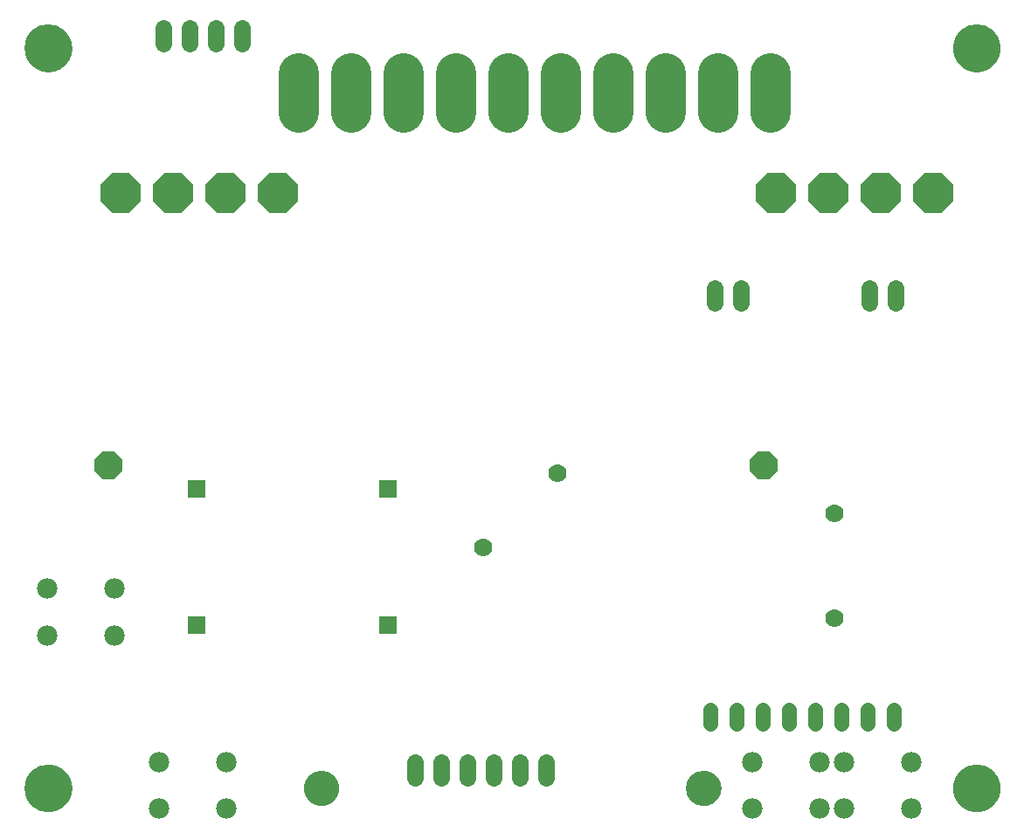
<source format=gbs>
G75*
%MOIN*%
%OFA0B0*%
%FSLAX25Y25*%
%IPPOS*%
%LPD*%
%AMOC8*
5,1,8,0,0,1.08239X$1,22.5*
%
%ADD10C,0.15400*%
%ADD11OC8,0.15400*%
%ADD12C,0.05600*%
%ADD13R,0.06896X0.06896*%
%ADD14C,0.06337*%
%ADD15C,0.00000*%
%ADD16C,0.18117*%
%ADD17C,0.06400*%
%ADD18OC8,0.10400*%
%ADD19C,0.13392*%
%ADD20C,0.07000*%
%ADD21C,0.07800*%
D10*
X0124237Y0286344D02*
X0124237Y0301344D01*
X0144237Y0301344D02*
X0144237Y0286344D01*
X0164237Y0286344D02*
X0164237Y0301344D01*
X0184237Y0301344D02*
X0184237Y0286344D01*
X0204237Y0286344D02*
X0204237Y0301344D01*
X0224237Y0301344D02*
X0224237Y0286344D01*
X0244237Y0286344D02*
X0244237Y0301344D01*
X0264237Y0301344D02*
X0264237Y0286344D01*
X0284237Y0286344D02*
X0284237Y0301344D01*
X0304237Y0301344D02*
X0304237Y0286344D01*
D11*
X0306048Y0255655D03*
X0326048Y0255655D03*
X0346048Y0255655D03*
X0366048Y0255655D03*
X0116048Y0255655D03*
X0096048Y0255655D03*
X0076048Y0255655D03*
X0056048Y0255655D03*
D12*
X0281048Y0058255D02*
X0281048Y0053055D01*
X0291048Y0053055D02*
X0291048Y0058255D01*
X0301048Y0058255D02*
X0301048Y0053055D01*
X0311048Y0053055D02*
X0311048Y0058255D01*
X0321048Y0058255D02*
X0321048Y0053055D01*
X0331048Y0053055D02*
X0331048Y0058255D01*
X0341048Y0058255D02*
X0341048Y0053055D01*
X0351048Y0053055D02*
X0351048Y0058255D01*
D13*
X0158076Y0090635D03*
X0158076Y0142604D03*
X0085241Y0142604D03*
X0085241Y0090635D03*
D14*
X0282702Y0213474D02*
X0282702Y0219411D01*
X0292702Y0219411D02*
X0292702Y0213474D01*
X0341757Y0213474D02*
X0341757Y0219411D01*
X0351757Y0219411D02*
X0351757Y0213474D01*
X0102298Y0312686D02*
X0102298Y0318623D01*
X0092298Y0318623D02*
X0092298Y0312686D01*
X0082298Y0312686D02*
X0082298Y0318623D01*
X0072298Y0318623D02*
X0072298Y0312686D01*
D15*
X0019592Y0310930D02*
X0019595Y0311147D01*
X0019603Y0311365D01*
X0019616Y0311582D01*
X0019635Y0311798D01*
X0019659Y0312014D01*
X0019688Y0312230D01*
X0019722Y0312444D01*
X0019762Y0312658D01*
X0019807Y0312871D01*
X0019857Y0313082D01*
X0019913Y0313293D01*
X0019973Y0313501D01*
X0020039Y0313709D01*
X0020110Y0313914D01*
X0020186Y0314118D01*
X0020266Y0314320D01*
X0020352Y0314520D01*
X0020442Y0314717D01*
X0020538Y0314913D01*
X0020638Y0315106D01*
X0020743Y0315296D01*
X0020852Y0315484D01*
X0020966Y0315669D01*
X0021085Y0315851D01*
X0021208Y0316031D01*
X0021335Y0316207D01*
X0021467Y0316380D01*
X0021603Y0316549D01*
X0021743Y0316716D01*
X0021887Y0316879D01*
X0022035Y0317038D01*
X0022186Y0317194D01*
X0022342Y0317345D01*
X0022501Y0317493D01*
X0022664Y0317637D01*
X0022831Y0317777D01*
X0023000Y0317913D01*
X0023173Y0318045D01*
X0023349Y0318172D01*
X0023529Y0318295D01*
X0023711Y0318414D01*
X0023896Y0318528D01*
X0024084Y0318637D01*
X0024274Y0318742D01*
X0024467Y0318842D01*
X0024663Y0318938D01*
X0024860Y0319028D01*
X0025060Y0319114D01*
X0025262Y0319194D01*
X0025466Y0319270D01*
X0025671Y0319341D01*
X0025879Y0319407D01*
X0026087Y0319467D01*
X0026298Y0319523D01*
X0026509Y0319573D01*
X0026722Y0319618D01*
X0026936Y0319658D01*
X0027150Y0319692D01*
X0027366Y0319721D01*
X0027582Y0319745D01*
X0027798Y0319764D01*
X0028015Y0319777D01*
X0028233Y0319785D01*
X0028450Y0319788D01*
X0028667Y0319785D01*
X0028885Y0319777D01*
X0029102Y0319764D01*
X0029318Y0319745D01*
X0029534Y0319721D01*
X0029750Y0319692D01*
X0029964Y0319658D01*
X0030178Y0319618D01*
X0030391Y0319573D01*
X0030602Y0319523D01*
X0030813Y0319467D01*
X0031021Y0319407D01*
X0031229Y0319341D01*
X0031434Y0319270D01*
X0031638Y0319194D01*
X0031840Y0319114D01*
X0032040Y0319028D01*
X0032237Y0318938D01*
X0032433Y0318842D01*
X0032626Y0318742D01*
X0032816Y0318637D01*
X0033004Y0318528D01*
X0033189Y0318414D01*
X0033371Y0318295D01*
X0033551Y0318172D01*
X0033727Y0318045D01*
X0033900Y0317913D01*
X0034069Y0317777D01*
X0034236Y0317637D01*
X0034399Y0317493D01*
X0034558Y0317345D01*
X0034714Y0317194D01*
X0034865Y0317038D01*
X0035013Y0316879D01*
X0035157Y0316716D01*
X0035297Y0316549D01*
X0035433Y0316380D01*
X0035565Y0316207D01*
X0035692Y0316031D01*
X0035815Y0315851D01*
X0035934Y0315669D01*
X0036048Y0315484D01*
X0036157Y0315296D01*
X0036262Y0315106D01*
X0036362Y0314913D01*
X0036458Y0314717D01*
X0036548Y0314520D01*
X0036634Y0314320D01*
X0036714Y0314118D01*
X0036790Y0313914D01*
X0036861Y0313709D01*
X0036927Y0313501D01*
X0036987Y0313293D01*
X0037043Y0313082D01*
X0037093Y0312871D01*
X0037138Y0312658D01*
X0037178Y0312444D01*
X0037212Y0312230D01*
X0037241Y0312014D01*
X0037265Y0311798D01*
X0037284Y0311582D01*
X0037297Y0311365D01*
X0037305Y0311147D01*
X0037308Y0310930D01*
X0037305Y0310713D01*
X0037297Y0310495D01*
X0037284Y0310278D01*
X0037265Y0310062D01*
X0037241Y0309846D01*
X0037212Y0309630D01*
X0037178Y0309416D01*
X0037138Y0309202D01*
X0037093Y0308989D01*
X0037043Y0308778D01*
X0036987Y0308567D01*
X0036927Y0308359D01*
X0036861Y0308151D01*
X0036790Y0307946D01*
X0036714Y0307742D01*
X0036634Y0307540D01*
X0036548Y0307340D01*
X0036458Y0307143D01*
X0036362Y0306947D01*
X0036262Y0306754D01*
X0036157Y0306564D01*
X0036048Y0306376D01*
X0035934Y0306191D01*
X0035815Y0306009D01*
X0035692Y0305829D01*
X0035565Y0305653D01*
X0035433Y0305480D01*
X0035297Y0305311D01*
X0035157Y0305144D01*
X0035013Y0304981D01*
X0034865Y0304822D01*
X0034714Y0304666D01*
X0034558Y0304515D01*
X0034399Y0304367D01*
X0034236Y0304223D01*
X0034069Y0304083D01*
X0033900Y0303947D01*
X0033727Y0303815D01*
X0033551Y0303688D01*
X0033371Y0303565D01*
X0033189Y0303446D01*
X0033004Y0303332D01*
X0032816Y0303223D01*
X0032626Y0303118D01*
X0032433Y0303018D01*
X0032237Y0302922D01*
X0032040Y0302832D01*
X0031840Y0302746D01*
X0031638Y0302666D01*
X0031434Y0302590D01*
X0031229Y0302519D01*
X0031021Y0302453D01*
X0030813Y0302393D01*
X0030602Y0302337D01*
X0030391Y0302287D01*
X0030178Y0302242D01*
X0029964Y0302202D01*
X0029750Y0302168D01*
X0029534Y0302139D01*
X0029318Y0302115D01*
X0029102Y0302096D01*
X0028885Y0302083D01*
X0028667Y0302075D01*
X0028450Y0302072D01*
X0028233Y0302075D01*
X0028015Y0302083D01*
X0027798Y0302096D01*
X0027582Y0302115D01*
X0027366Y0302139D01*
X0027150Y0302168D01*
X0026936Y0302202D01*
X0026722Y0302242D01*
X0026509Y0302287D01*
X0026298Y0302337D01*
X0026087Y0302393D01*
X0025879Y0302453D01*
X0025671Y0302519D01*
X0025466Y0302590D01*
X0025262Y0302666D01*
X0025060Y0302746D01*
X0024860Y0302832D01*
X0024663Y0302922D01*
X0024467Y0303018D01*
X0024274Y0303118D01*
X0024084Y0303223D01*
X0023896Y0303332D01*
X0023711Y0303446D01*
X0023529Y0303565D01*
X0023349Y0303688D01*
X0023173Y0303815D01*
X0023000Y0303947D01*
X0022831Y0304083D01*
X0022664Y0304223D01*
X0022501Y0304367D01*
X0022342Y0304515D01*
X0022186Y0304666D01*
X0022035Y0304822D01*
X0021887Y0304981D01*
X0021743Y0305144D01*
X0021603Y0305311D01*
X0021467Y0305480D01*
X0021335Y0305653D01*
X0021208Y0305829D01*
X0021085Y0306009D01*
X0020966Y0306191D01*
X0020852Y0306376D01*
X0020743Y0306564D01*
X0020638Y0306754D01*
X0020538Y0306947D01*
X0020442Y0307143D01*
X0020352Y0307340D01*
X0020266Y0307540D01*
X0020186Y0307742D01*
X0020110Y0307946D01*
X0020039Y0308151D01*
X0019973Y0308359D01*
X0019913Y0308567D01*
X0019857Y0308778D01*
X0019807Y0308989D01*
X0019762Y0309202D01*
X0019722Y0309416D01*
X0019688Y0309630D01*
X0019659Y0309846D01*
X0019635Y0310062D01*
X0019616Y0310278D01*
X0019603Y0310495D01*
X0019595Y0310713D01*
X0019592Y0310930D01*
X0019592Y0028450D02*
X0019595Y0028667D01*
X0019603Y0028885D01*
X0019616Y0029102D01*
X0019635Y0029318D01*
X0019659Y0029534D01*
X0019688Y0029750D01*
X0019722Y0029964D01*
X0019762Y0030178D01*
X0019807Y0030391D01*
X0019857Y0030602D01*
X0019913Y0030813D01*
X0019973Y0031021D01*
X0020039Y0031229D01*
X0020110Y0031434D01*
X0020186Y0031638D01*
X0020266Y0031840D01*
X0020352Y0032040D01*
X0020442Y0032237D01*
X0020538Y0032433D01*
X0020638Y0032626D01*
X0020743Y0032816D01*
X0020852Y0033004D01*
X0020966Y0033189D01*
X0021085Y0033371D01*
X0021208Y0033551D01*
X0021335Y0033727D01*
X0021467Y0033900D01*
X0021603Y0034069D01*
X0021743Y0034236D01*
X0021887Y0034399D01*
X0022035Y0034558D01*
X0022186Y0034714D01*
X0022342Y0034865D01*
X0022501Y0035013D01*
X0022664Y0035157D01*
X0022831Y0035297D01*
X0023000Y0035433D01*
X0023173Y0035565D01*
X0023349Y0035692D01*
X0023529Y0035815D01*
X0023711Y0035934D01*
X0023896Y0036048D01*
X0024084Y0036157D01*
X0024274Y0036262D01*
X0024467Y0036362D01*
X0024663Y0036458D01*
X0024860Y0036548D01*
X0025060Y0036634D01*
X0025262Y0036714D01*
X0025466Y0036790D01*
X0025671Y0036861D01*
X0025879Y0036927D01*
X0026087Y0036987D01*
X0026298Y0037043D01*
X0026509Y0037093D01*
X0026722Y0037138D01*
X0026936Y0037178D01*
X0027150Y0037212D01*
X0027366Y0037241D01*
X0027582Y0037265D01*
X0027798Y0037284D01*
X0028015Y0037297D01*
X0028233Y0037305D01*
X0028450Y0037308D01*
X0028667Y0037305D01*
X0028885Y0037297D01*
X0029102Y0037284D01*
X0029318Y0037265D01*
X0029534Y0037241D01*
X0029750Y0037212D01*
X0029964Y0037178D01*
X0030178Y0037138D01*
X0030391Y0037093D01*
X0030602Y0037043D01*
X0030813Y0036987D01*
X0031021Y0036927D01*
X0031229Y0036861D01*
X0031434Y0036790D01*
X0031638Y0036714D01*
X0031840Y0036634D01*
X0032040Y0036548D01*
X0032237Y0036458D01*
X0032433Y0036362D01*
X0032626Y0036262D01*
X0032816Y0036157D01*
X0033004Y0036048D01*
X0033189Y0035934D01*
X0033371Y0035815D01*
X0033551Y0035692D01*
X0033727Y0035565D01*
X0033900Y0035433D01*
X0034069Y0035297D01*
X0034236Y0035157D01*
X0034399Y0035013D01*
X0034558Y0034865D01*
X0034714Y0034714D01*
X0034865Y0034558D01*
X0035013Y0034399D01*
X0035157Y0034236D01*
X0035297Y0034069D01*
X0035433Y0033900D01*
X0035565Y0033727D01*
X0035692Y0033551D01*
X0035815Y0033371D01*
X0035934Y0033189D01*
X0036048Y0033004D01*
X0036157Y0032816D01*
X0036262Y0032626D01*
X0036362Y0032433D01*
X0036458Y0032237D01*
X0036548Y0032040D01*
X0036634Y0031840D01*
X0036714Y0031638D01*
X0036790Y0031434D01*
X0036861Y0031229D01*
X0036927Y0031021D01*
X0036987Y0030813D01*
X0037043Y0030602D01*
X0037093Y0030391D01*
X0037138Y0030178D01*
X0037178Y0029964D01*
X0037212Y0029750D01*
X0037241Y0029534D01*
X0037265Y0029318D01*
X0037284Y0029102D01*
X0037297Y0028885D01*
X0037305Y0028667D01*
X0037308Y0028450D01*
X0037305Y0028233D01*
X0037297Y0028015D01*
X0037284Y0027798D01*
X0037265Y0027582D01*
X0037241Y0027366D01*
X0037212Y0027150D01*
X0037178Y0026936D01*
X0037138Y0026722D01*
X0037093Y0026509D01*
X0037043Y0026298D01*
X0036987Y0026087D01*
X0036927Y0025879D01*
X0036861Y0025671D01*
X0036790Y0025466D01*
X0036714Y0025262D01*
X0036634Y0025060D01*
X0036548Y0024860D01*
X0036458Y0024663D01*
X0036362Y0024467D01*
X0036262Y0024274D01*
X0036157Y0024084D01*
X0036048Y0023896D01*
X0035934Y0023711D01*
X0035815Y0023529D01*
X0035692Y0023349D01*
X0035565Y0023173D01*
X0035433Y0023000D01*
X0035297Y0022831D01*
X0035157Y0022664D01*
X0035013Y0022501D01*
X0034865Y0022342D01*
X0034714Y0022186D01*
X0034558Y0022035D01*
X0034399Y0021887D01*
X0034236Y0021743D01*
X0034069Y0021603D01*
X0033900Y0021467D01*
X0033727Y0021335D01*
X0033551Y0021208D01*
X0033371Y0021085D01*
X0033189Y0020966D01*
X0033004Y0020852D01*
X0032816Y0020743D01*
X0032626Y0020638D01*
X0032433Y0020538D01*
X0032237Y0020442D01*
X0032040Y0020352D01*
X0031840Y0020266D01*
X0031638Y0020186D01*
X0031434Y0020110D01*
X0031229Y0020039D01*
X0031021Y0019973D01*
X0030813Y0019913D01*
X0030602Y0019857D01*
X0030391Y0019807D01*
X0030178Y0019762D01*
X0029964Y0019722D01*
X0029750Y0019688D01*
X0029534Y0019659D01*
X0029318Y0019635D01*
X0029102Y0019616D01*
X0028885Y0019603D01*
X0028667Y0019595D01*
X0028450Y0019592D01*
X0028233Y0019595D01*
X0028015Y0019603D01*
X0027798Y0019616D01*
X0027582Y0019635D01*
X0027366Y0019659D01*
X0027150Y0019688D01*
X0026936Y0019722D01*
X0026722Y0019762D01*
X0026509Y0019807D01*
X0026298Y0019857D01*
X0026087Y0019913D01*
X0025879Y0019973D01*
X0025671Y0020039D01*
X0025466Y0020110D01*
X0025262Y0020186D01*
X0025060Y0020266D01*
X0024860Y0020352D01*
X0024663Y0020442D01*
X0024467Y0020538D01*
X0024274Y0020638D01*
X0024084Y0020743D01*
X0023896Y0020852D01*
X0023711Y0020966D01*
X0023529Y0021085D01*
X0023349Y0021208D01*
X0023173Y0021335D01*
X0023000Y0021467D01*
X0022831Y0021603D01*
X0022664Y0021743D01*
X0022501Y0021887D01*
X0022342Y0022035D01*
X0022186Y0022186D01*
X0022035Y0022342D01*
X0021887Y0022501D01*
X0021743Y0022664D01*
X0021603Y0022831D01*
X0021467Y0023000D01*
X0021335Y0023173D01*
X0021208Y0023349D01*
X0021085Y0023529D01*
X0020966Y0023711D01*
X0020852Y0023896D01*
X0020743Y0024084D01*
X0020638Y0024274D01*
X0020538Y0024467D01*
X0020442Y0024663D01*
X0020352Y0024860D01*
X0020266Y0025060D01*
X0020186Y0025262D01*
X0020110Y0025466D01*
X0020039Y0025671D01*
X0019973Y0025879D01*
X0019913Y0026087D01*
X0019857Y0026298D01*
X0019807Y0026509D01*
X0019762Y0026722D01*
X0019722Y0026936D01*
X0019688Y0027150D01*
X0019659Y0027366D01*
X0019635Y0027582D01*
X0019616Y0027798D01*
X0019603Y0028015D01*
X0019595Y0028233D01*
X0019592Y0028450D01*
X0126088Y0028450D02*
X0126090Y0028611D01*
X0126096Y0028771D01*
X0126106Y0028932D01*
X0126120Y0029092D01*
X0126138Y0029251D01*
X0126159Y0029411D01*
X0126185Y0029569D01*
X0126215Y0029727D01*
X0126248Y0029884D01*
X0126286Y0030041D01*
X0126327Y0030196D01*
X0126372Y0030350D01*
X0126421Y0030503D01*
X0126474Y0030655D01*
X0126530Y0030805D01*
X0126590Y0030954D01*
X0126654Y0031102D01*
X0126721Y0031248D01*
X0126792Y0031392D01*
X0126867Y0031534D01*
X0126945Y0031675D01*
X0127026Y0031813D01*
X0127111Y0031950D01*
X0127200Y0032084D01*
X0127291Y0032216D01*
X0127386Y0032346D01*
X0127484Y0032473D01*
X0127585Y0032598D01*
X0127689Y0032721D01*
X0127796Y0032840D01*
X0127906Y0032957D01*
X0128019Y0033072D01*
X0128135Y0033183D01*
X0128253Y0033292D01*
X0128374Y0033397D01*
X0128498Y0033500D01*
X0128624Y0033600D01*
X0128753Y0033696D01*
X0128884Y0033789D01*
X0129017Y0033879D01*
X0129152Y0033966D01*
X0129290Y0034049D01*
X0129429Y0034128D01*
X0129571Y0034205D01*
X0129714Y0034278D01*
X0129859Y0034347D01*
X0130006Y0034412D01*
X0130154Y0034474D01*
X0130304Y0034533D01*
X0130455Y0034587D01*
X0130607Y0034638D01*
X0130761Y0034685D01*
X0130916Y0034728D01*
X0131071Y0034767D01*
X0131228Y0034803D01*
X0131386Y0034835D01*
X0131544Y0034862D01*
X0131703Y0034886D01*
X0131862Y0034906D01*
X0132022Y0034922D01*
X0132183Y0034934D01*
X0132343Y0034942D01*
X0132504Y0034946D01*
X0132664Y0034946D01*
X0132825Y0034942D01*
X0132985Y0034934D01*
X0133146Y0034922D01*
X0133306Y0034906D01*
X0133465Y0034886D01*
X0133624Y0034862D01*
X0133782Y0034835D01*
X0133940Y0034803D01*
X0134097Y0034767D01*
X0134252Y0034728D01*
X0134407Y0034685D01*
X0134561Y0034638D01*
X0134713Y0034587D01*
X0134864Y0034533D01*
X0135014Y0034474D01*
X0135162Y0034412D01*
X0135309Y0034347D01*
X0135454Y0034278D01*
X0135597Y0034205D01*
X0135739Y0034128D01*
X0135878Y0034049D01*
X0136016Y0033966D01*
X0136151Y0033879D01*
X0136284Y0033789D01*
X0136415Y0033696D01*
X0136544Y0033600D01*
X0136670Y0033500D01*
X0136794Y0033397D01*
X0136915Y0033292D01*
X0137033Y0033183D01*
X0137149Y0033072D01*
X0137262Y0032957D01*
X0137372Y0032840D01*
X0137479Y0032721D01*
X0137583Y0032598D01*
X0137684Y0032473D01*
X0137782Y0032346D01*
X0137877Y0032216D01*
X0137968Y0032084D01*
X0138057Y0031950D01*
X0138142Y0031813D01*
X0138223Y0031675D01*
X0138301Y0031534D01*
X0138376Y0031392D01*
X0138447Y0031248D01*
X0138514Y0031102D01*
X0138578Y0030954D01*
X0138638Y0030805D01*
X0138694Y0030655D01*
X0138747Y0030503D01*
X0138796Y0030350D01*
X0138841Y0030196D01*
X0138882Y0030041D01*
X0138920Y0029884D01*
X0138953Y0029727D01*
X0138983Y0029569D01*
X0139009Y0029411D01*
X0139030Y0029251D01*
X0139048Y0029092D01*
X0139062Y0028932D01*
X0139072Y0028771D01*
X0139078Y0028611D01*
X0139080Y0028450D01*
X0139078Y0028289D01*
X0139072Y0028129D01*
X0139062Y0027968D01*
X0139048Y0027808D01*
X0139030Y0027649D01*
X0139009Y0027489D01*
X0138983Y0027331D01*
X0138953Y0027173D01*
X0138920Y0027016D01*
X0138882Y0026859D01*
X0138841Y0026704D01*
X0138796Y0026550D01*
X0138747Y0026397D01*
X0138694Y0026245D01*
X0138638Y0026095D01*
X0138578Y0025946D01*
X0138514Y0025798D01*
X0138447Y0025652D01*
X0138376Y0025508D01*
X0138301Y0025366D01*
X0138223Y0025225D01*
X0138142Y0025087D01*
X0138057Y0024950D01*
X0137968Y0024816D01*
X0137877Y0024684D01*
X0137782Y0024554D01*
X0137684Y0024427D01*
X0137583Y0024302D01*
X0137479Y0024179D01*
X0137372Y0024060D01*
X0137262Y0023943D01*
X0137149Y0023828D01*
X0137033Y0023717D01*
X0136915Y0023608D01*
X0136794Y0023503D01*
X0136670Y0023400D01*
X0136544Y0023300D01*
X0136415Y0023204D01*
X0136284Y0023111D01*
X0136151Y0023021D01*
X0136016Y0022934D01*
X0135878Y0022851D01*
X0135739Y0022772D01*
X0135597Y0022695D01*
X0135454Y0022622D01*
X0135309Y0022553D01*
X0135162Y0022488D01*
X0135014Y0022426D01*
X0134864Y0022367D01*
X0134713Y0022313D01*
X0134561Y0022262D01*
X0134407Y0022215D01*
X0134252Y0022172D01*
X0134097Y0022133D01*
X0133940Y0022097D01*
X0133782Y0022065D01*
X0133624Y0022038D01*
X0133465Y0022014D01*
X0133306Y0021994D01*
X0133146Y0021978D01*
X0132985Y0021966D01*
X0132825Y0021958D01*
X0132664Y0021954D01*
X0132504Y0021954D01*
X0132343Y0021958D01*
X0132183Y0021966D01*
X0132022Y0021978D01*
X0131862Y0021994D01*
X0131703Y0022014D01*
X0131544Y0022038D01*
X0131386Y0022065D01*
X0131228Y0022097D01*
X0131071Y0022133D01*
X0130916Y0022172D01*
X0130761Y0022215D01*
X0130607Y0022262D01*
X0130455Y0022313D01*
X0130304Y0022367D01*
X0130154Y0022426D01*
X0130006Y0022488D01*
X0129859Y0022553D01*
X0129714Y0022622D01*
X0129571Y0022695D01*
X0129429Y0022772D01*
X0129290Y0022851D01*
X0129152Y0022934D01*
X0129017Y0023021D01*
X0128884Y0023111D01*
X0128753Y0023204D01*
X0128624Y0023300D01*
X0128498Y0023400D01*
X0128374Y0023503D01*
X0128253Y0023608D01*
X0128135Y0023717D01*
X0128019Y0023828D01*
X0127906Y0023943D01*
X0127796Y0024060D01*
X0127689Y0024179D01*
X0127585Y0024302D01*
X0127484Y0024427D01*
X0127386Y0024554D01*
X0127291Y0024684D01*
X0127200Y0024816D01*
X0127111Y0024950D01*
X0127026Y0025087D01*
X0126945Y0025225D01*
X0126867Y0025366D01*
X0126792Y0025508D01*
X0126721Y0025652D01*
X0126654Y0025798D01*
X0126590Y0025946D01*
X0126530Y0026095D01*
X0126474Y0026245D01*
X0126421Y0026397D01*
X0126372Y0026550D01*
X0126327Y0026704D01*
X0126286Y0026859D01*
X0126248Y0027016D01*
X0126215Y0027173D01*
X0126185Y0027331D01*
X0126159Y0027489D01*
X0126138Y0027649D01*
X0126120Y0027808D01*
X0126106Y0027968D01*
X0126096Y0028129D01*
X0126090Y0028289D01*
X0126088Y0028450D01*
X0271954Y0028450D02*
X0271956Y0028611D01*
X0271962Y0028771D01*
X0271972Y0028932D01*
X0271986Y0029092D01*
X0272004Y0029251D01*
X0272025Y0029411D01*
X0272051Y0029569D01*
X0272081Y0029727D01*
X0272114Y0029884D01*
X0272152Y0030041D01*
X0272193Y0030196D01*
X0272238Y0030350D01*
X0272287Y0030503D01*
X0272340Y0030655D01*
X0272396Y0030805D01*
X0272456Y0030954D01*
X0272520Y0031102D01*
X0272587Y0031248D01*
X0272658Y0031392D01*
X0272733Y0031534D01*
X0272811Y0031675D01*
X0272892Y0031813D01*
X0272977Y0031950D01*
X0273066Y0032084D01*
X0273157Y0032216D01*
X0273252Y0032346D01*
X0273350Y0032473D01*
X0273451Y0032598D01*
X0273555Y0032721D01*
X0273662Y0032840D01*
X0273772Y0032957D01*
X0273885Y0033072D01*
X0274001Y0033183D01*
X0274119Y0033292D01*
X0274240Y0033397D01*
X0274364Y0033500D01*
X0274490Y0033600D01*
X0274619Y0033696D01*
X0274750Y0033789D01*
X0274883Y0033879D01*
X0275018Y0033966D01*
X0275156Y0034049D01*
X0275295Y0034128D01*
X0275437Y0034205D01*
X0275580Y0034278D01*
X0275725Y0034347D01*
X0275872Y0034412D01*
X0276020Y0034474D01*
X0276170Y0034533D01*
X0276321Y0034587D01*
X0276473Y0034638D01*
X0276627Y0034685D01*
X0276782Y0034728D01*
X0276937Y0034767D01*
X0277094Y0034803D01*
X0277252Y0034835D01*
X0277410Y0034862D01*
X0277569Y0034886D01*
X0277728Y0034906D01*
X0277888Y0034922D01*
X0278049Y0034934D01*
X0278209Y0034942D01*
X0278370Y0034946D01*
X0278530Y0034946D01*
X0278691Y0034942D01*
X0278851Y0034934D01*
X0279012Y0034922D01*
X0279172Y0034906D01*
X0279331Y0034886D01*
X0279490Y0034862D01*
X0279648Y0034835D01*
X0279806Y0034803D01*
X0279963Y0034767D01*
X0280118Y0034728D01*
X0280273Y0034685D01*
X0280427Y0034638D01*
X0280579Y0034587D01*
X0280730Y0034533D01*
X0280880Y0034474D01*
X0281028Y0034412D01*
X0281175Y0034347D01*
X0281320Y0034278D01*
X0281463Y0034205D01*
X0281605Y0034128D01*
X0281744Y0034049D01*
X0281882Y0033966D01*
X0282017Y0033879D01*
X0282150Y0033789D01*
X0282281Y0033696D01*
X0282410Y0033600D01*
X0282536Y0033500D01*
X0282660Y0033397D01*
X0282781Y0033292D01*
X0282899Y0033183D01*
X0283015Y0033072D01*
X0283128Y0032957D01*
X0283238Y0032840D01*
X0283345Y0032721D01*
X0283449Y0032598D01*
X0283550Y0032473D01*
X0283648Y0032346D01*
X0283743Y0032216D01*
X0283834Y0032084D01*
X0283923Y0031950D01*
X0284008Y0031813D01*
X0284089Y0031675D01*
X0284167Y0031534D01*
X0284242Y0031392D01*
X0284313Y0031248D01*
X0284380Y0031102D01*
X0284444Y0030954D01*
X0284504Y0030805D01*
X0284560Y0030655D01*
X0284613Y0030503D01*
X0284662Y0030350D01*
X0284707Y0030196D01*
X0284748Y0030041D01*
X0284786Y0029884D01*
X0284819Y0029727D01*
X0284849Y0029569D01*
X0284875Y0029411D01*
X0284896Y0029251D01*
X0284914Y0029092D01*
X0284928Y0028932D01*
X0284938Y0028771D01*
X0284944Y0028611D01*
X0284946Y0028450D01*
X0284944Y0028289D01*
X0284938Y0028129D01*
X0284928Y0027968D01*
X0284914Y0027808D01*
X0284896Y0027649D01*
X0284875Y0027489D01*
X0284849Y0027331D01*
X0284819Y0027173D01*
X0284786Y0027016D01*
X0284748Y0026859D01*
X0284707Y0026704D01*
X0284662Y0026550D01*
X0284613Y0026397D01*
X0284560Y0026245D01*
X0284504Y0026095D01*
X0284444Y0025946D01*
X0284380Y0025798D01*
X0284313Y0025652D01*
X0284242Y0025508D01*
X0284167Y0025366D01*
X0284089Y0025225D01*
X0284008Y0025087D01*
X0283923Y0024950D01*
X0283834Y0024816D01*
X0283743Y0024684D01*
X0283648Y0024554D01*
X0283550Y0024427D01*
X0283449Y0024302D01*
X0283345Y0024179D01*
X0283238Y0024060D01*
X0283128Y0023943D01*
X0283015Y0023828D01*
X0282899Y0023717D01*
X0282781Y0023608D01*
X0282660Y0023503D01*
X0282536Y0023400D01*
X0282410Y0023300D01*
X0282281Y0023204D01*
X0282150Y0023111D01*
X0282017Y0023021D01*
X0281882Y0022934D01*
X0281744Y0022851D01*
X0281605Y0022772D01*
X0281463Y0022695D01*
X0281320Y0022622D01*
X0281175Y0022553D01*
X0281028Y0022488D01*
X0280880Y0022426D01*
X0280730Y0022367D01*
X0280579Y0022313D01*
X0280427Y0022262D01*
X0280273Y0022215D01*
X0280118Y0022172D01*
X0279963Y0022133D01*
X0279806Y0022097D01*
X0279648Y0022065D01*
X0279490Y0022038D01*
X0279331Y0022014D01*
X0279172Y0021994D01*
X0279012Y0021978D01*
X0278851Y0021966D01*
X0278691Y0021958D01*
X0278530Y0021954D01*
X0278370Y0021954D01*
X0278209Y0021958D01*
X0278049Y0021966D01*
X0277888Y0021978D01*
X0277728Y0021994D01*
X0277569Y0022014D01*
X0277410Y0022038D01*
X0277252Y0022065D01*
X0277094Y0022097D01*
X0276937Y0022133D01*
X0276782Y0022172D01*
X0276627Y0022215D01*
X0276473Y0022262D01*
X0276321Y0022313D01*
X0276170Y0022367D01*
X0276020Y0022426D01*
X0275872Y0022488D01*
X0275725Y0022553D01*
X0275580Y0022622D01*
X0275437Y0022695D01*
X0275295Y0022772D01*
X0275156Y0022851D01*
X0275018Y0022934D01*
X0274883Y0023021D01*
X0274750Y0023111D01*
X0274619Y0023204D01*
X0274490Y0023300D01*
X0274364Y0023400D01*
X0274240Y0023503D01*
X0274119Y0023608D01*
X0274001Y0023717D01*
X0273885Y0023828D01*
X0273772Y0023943D01*
X0273662Y0024060D01*
X0273555Y0024179D01*
X0273451Y0024302D01*
X0273350Y0024427D01*
X0273252Y0024554D01*
X0273157Y0024684D01*
X0273066Y0024816D01*
X0272977Y0024950D01*
X0272892Y0025087D01*
X0272811Y0025225D01*
X0272733Y0025366D01*
X0272658Y0025508D01*
X0272587Y0025652D01*
X0272520Y0025798D01*
X0272456Y0025946D01*
X0272396Y0026095D01*
X0272340Y0026245D01*
X0272287Y0026397D01*
X0272238Y0026550D01*
X0272193Y0026704D01*
X0272152Y0026859D01*
X0272114Y0027016D01*
X0272081Y0027173D01*
X0272051Y0027331D01*
X0272025Y0027489D01*
X0272004Y0027649D01*
X0271986Y0027808D01*
X0271972Y0027968D01*
X0271962Y0028129D01*
X0271956Y0028289D01*
X0271954Y0028450D01*
X0373726Y0028450D02*
X0373729Y0028667D01*
X0373737Y0028885D01*
X0373750Y0029102D01*
X0373769Y0029318D01*
X0373793Y0029534D01*
X0373822Y0029750D01*
X0373856Y0029964D01*
X0373896Y0030178D01*
X0373941Y0030391D01*
X0373991Y0030602D01*
X0374047Y0030813D01*
X0374107Y0031021D01*
X0374173Y0031229D01*
X0374244Y0031434D01*
X0374320Y0031638D01*
X0374400Y0031840D01*
X0374486Y0032040D01*
X0374576Y0032237D01*
X0374672Y0032433D01*
X0374772Y0032626D01*
X0374877Y0032816D01*
X0374986Y0033004D01*
X0375100Y0033189D01*
X0375219Y0033371D01*
X0375342Y0033551D01*
X0375469Y0033727D01*
X0375601Y0033900D01*
X0375737Y0034069D01*
X0375877Y0034236D01*
X0376021Y0034399D01*
X0376169Y0034558D01*
X0376320Y0034714D01*
X0376476Y0034865D01*
X0376635Y0035013D01*
X0376798Y0035157D01*
X0376965Y0035297D01*
X0377134Y0035433D01*
X0377307Y0035565D01*
X0377483Y0035692D01*
X0377663Y0035815D01*
X0377845Y0035934D01*
X0378030Y0036048D01*
X0378218Y0036157D01*
X0378408Y0036262D01*
X0378601Y0036362D01*
X0378797Y0036458D01*
X0378994Y0036548D01*
X0379194Y0036634D01*
X0379396Y0036714D01*
X0379600Y0036790D01*
X0379805Y0036861D01*
X0380013Y0036927D01*
X0380221Y0036987D01*
X0380432Y0037043D01*
X0380643Y0037093D01*
X0380856Y0037138D01*
X0381070Y0037178D01*
X0381284Y0037212D01*
X0381500Y0037241D01*
X0381716Y0037265D01*
X0381932Y0037284D01*
X0382149Y0037297D01*
X0382367Y0037305D01*
X0382584Y0037308D01*
X0382801Y0037305D01*
X0383019Y0037297D01*
X0383236Y0037284D01*
X0383452Y0037265D01*
X0383668Y0037241D01*
X0383884Y0037212D01*
X0384098Y0037178D01*
X0384312Y0037138D01*
X0384525Y0037093D01*
X0384736Y0037043D01*
X0384947Y0036987D01*
X0385155Y0036927D01*
X0385363Y0036861D01*
X0385568Y0036790D01*
X0385772Y0036714D01*
X0385974Y0036634D01*
X0386174Y0036548D01*
X0386371Y0036458D01*
X0386567Y0036362D01*
X0386760Y0036262D01*
X0386950Y0036157D01*
X0387138Y0036048D01*
X0387323Y0035934D01*
X0387505Y0035815D01*
X0387685Y0035692D01*
X0387861Y0035565D01*
X0388034Y0035433D01*
X0388203Y0035297D01*
X0388370Y0035157D01*
X0388533Y0035013D01*
X0388692Y0034865D01*
X0388848Y0034714D01*
X0388999Y0034558D01*
X0389147Y0034399D01*
X0389291Y0034236D01*
X0389431Y0034069D01*
X0389567Y0033900D01*
X0389699Y0033727D01*
X0389826Y0033551D01*
X0389949Y0033371D01*
X0390068Y0033189D01*
X0390182Y0033004D01*
X0390291Y0032816D01*
X0390396Y0032626D01*
X0390496Y0032433D01*
X0390592Y0032237D01*
X0390682Y0032040D01*
X0390768Y0031840D01*
X0390848Y0031638D01*
X0390924Y0031434D01*
X0390995Y0031229D01*
X0391061Y0031021D01*
X0391121Y0030813D01*
X0391177Y0030602D01*
X0391227Y0030391D01*
X0391272Y0030178D01*
X0391312Y0029964D01*
X0391346Y0029750D01*
X0391375Y0029534D01*
X0391399Y0029318D01*
X0391418Y0029102D01*
X0391431Y0028885D01*
X0391439Y0028667D01*
X0391442Y0028450D01*
X0391439Y0028233D01*
X0391431Y0028015D01*
X0391418Y0027798D01*
X0391399Y0027582D01*
X0391375Y0027366D01*
X0391346Y0027150D01*
X0391312Y0026936D01*
X0391272Y0026722D01*
X0391227Y0026509D01*
X0391177Y0026298D01*
X0391121Y0026087D01*
X0391061Y0025879D01*
X0390995Y0025671D01*
X0390924Y0025466D01*
X0390848Y0025262D01*
X0390768Y0025060D01*
X0390682Y0024860D01*
X0390592Y0024663D01*
X0390496Y0024467D01*
X0390396Y0024274D01*
X0390291Y0024084D01*
X0390182Y0023896D01*
X0390068Y0023711D01*
X0389949Y0023529D01*
X0389826Y0023349D01*
X0389699Y0023173D01*
X0389567Y0023000D01*
X0389431Y0022831D01*
X0389291Y0022664D01*
X0389147Y0022501D01*
X0388999Y0022342D01*
X0388848Y0022186D01*
X0388692Y0022035D01*
X0388533Y0021887D01*
X0388370Y0021743D01*
X0388203Y0021603D01*
X0388034Y0021467D01*
X0387861Y0021335D01*
X0387685Y0021208D01*
X0387505Y0021085D01*
X0387323Y0020966D01*
X0387138Y0020852D01*
X0386950Y0020743D01*
X0386760Y0020638D01*
X0386567Y0020538D01*
X0386371Y0020442D01*
X0386174Y0020352D01*
X0385974Y0020266D01*
X0385772Y0020186D01*
X0385568Y0020110D01*
X0385363Y0020039D01*
X0385155Y0019973D01*
X0384947Y0019913D01*
X0384736Y0019857D01*
X0384525Y0019807D01*
X0384312Y0019762D01*
X0384098Y0019722D01*
X0383884Y0019688D01*
X0383668Y0019659D01*
X0383452Y0019635D01*
X0383236Y0019616D01*
X0383019Y0019603D01*
X0382801Y0019595D01*
X0382584Y0019592D01*
X0382367Y0019595D01*
X0382149Y0019603D01*
X0381932Y0019616D01*
X0381716Y0019635D01*
X0381500Y0019659D01*
X0381284Y0019688D01*
X0381070Y0019722D01*
X0380856Y0019762D01*
X0380643Y0019807D01*
X0380432Y0019857D01*
X0380221Y0019913D01*
X0380013Y0019973D01*
X0379805Y0020039D01*
X0379600Y0020110D01*
X0379396Y0020186D01*
X0379194Y0020266D01*
X0378994Y0020352D01*
X0378797Y0020442D01*
X0378601Y0020538D01*
X0378408Y0020638D01*
X0378218Y0020743D01*
X0378030Y0020852D01*
X0377845Y0020966D01*
X0377663Y0021085D01*
X0377483Y0021208D01*
X0377307Y0021335D01*
X0377134Y0021467D01*
X0376965Y0021603D01*
X0376798Y0021743D01*
X0376635Y0021887D01*
X0376476Y0022035D01*
X0376320Y0022186D01*
X0376169Y0022342D01*
X0376021Y0022501D01*
X0375877Y0022664D01*
X0375737Y0022831D01*
X0375601Y0023000D01*
X0375469Y0023173D01*
X0375342Y0023349D01*
X0375219Y0023529D01*
X0375100Y0023711D01*
X0374986Y0023896D01*
X0374877Y0024084D01*
X0374772Y0024274D01*
X0374672Y0024467D01*
X0374576Y0024663D01*
X0374486Y0024860D01*
X0374400Y0025060D01*
X0374320Y0025262D01*
X0374244Y0025466D01*
X0374173Y0025671D01*
X0374107Y0025879D01*
X0374047Y0026087D01*
X0373991Y0026298D01*
X0373941Y0026509D01*
X0373896Y0026722D01*
X0373856Y0026936D01*
X0373822Y0027150D01*
X0373793Y0027366D01*
X0373769Y0027582D01*
X0373750Y0027798D01*
X0373737Y0028015D01*
X0373729Y0028233D01*
X0373726Y0028450D01*
X0373726Y0310930D02*
X0373729Y0311147D01*
X0373737Y0311365D01*
X0373750Y0311582D01*
X0373769Y0311798D01*
X0373793Y0312014D01*
X0373822Y0312230D01*
X0373856Y0312444D01*
X0373896Y0312658D01*
X0373941Y0312871D01*
X0373991Y0313082D01*
X0374047Y0313293D01*
X0374107Y0313501D01*
X0374173Y0313709D01*
X0374244Y0313914D01*
X0374320Y0314118D01*
X0374400Y0314320D01*
X0374486Y0314520D01*
X0374576Y0314717D01*
X0374672Y0314913D01*
X0374772Y0315106D01*
X0374877Y0315296D01*
X0374986Y0315484D01*
X0375100Y0315669D01*
X0375219Y0315851D01*
X0375342Y0316031D01*
X0375469Y0316207D01*
X0375601Y0316380D01*
X0375737Y0316549D01*
X0375877Y0316716D01*
X0376021Y0316879D01*
X0376169Y0317038D01*
X0376320Y0317194D01*
X0376476Y0317345D01*
X0376635Y0317493D01*
X0376798Y0317637D01*
X0376965Y0317777D01*
X0377134Y0317913D01*
X0377307Y0318045D01*
X0377483Y0318172D01*
X0377663Y0318295D01*
X0377845Y0318414D01*
X0378030Y0318528D01*
X0378218Y0318637D01*
X0378408Y0318742D01*
X0378601Y0318842D01*
X0378797Y0318938D01*
X0378994Y0319028D01*
X0379194Y0319114D01*
X0379396Y0319194D01*
X0379600Y0319270D01*
X0379805Y0319341D01*
X0380013Y0319407D01*
X0380221Y0319467D01*
X0380432Y0319523D01*
X0380643Y0319573D01*
X0380856Y0319618D01*
X0381070Y0319658D01*
X0381284Y0319692D01*
X0381500Y0319721D01*
X0381716Y0319745D01*
X0381932Y0319764D01*
X0382149Y0319777D01*
X0382367Y0319785D01*
X0382584Y0319788D01*
X0382801Y0319785D01*
X0383019Y0319777D01*
X0383236Y0319764D01*
X0383452Y0319745D01*
X0383668Y0319721D01*
X0383884Y0319692D01*
X0384098Y0319658D01*
X0384312Y0319618D01*
X0384525Y0319573D01*
X0384736Y0319523D01*
X0384947Y0319467D01*
X0385155Y0319407D01*
X0385363Y0319341D01*
X0385568Y0319270D01*
X0385772Y0319194D01*
X0385974Y0319114D01*
X0386174Y0319028D01*
X0386371Y0318938D01*
X0386567Y0318842D01*
X0386760Y0318742D01*
X0386950Y0318637D01*
X0387138Y0318528D01*
X0387323Y0318414D01*
X0387505Y0318295D01*
X0387685Y0318172D01*
X0387861Y0318045D01*
X0388034Y0317913D01*
X0388203Y0317777D01*
X0388370Y0317637D01*
X0388533Y0317493D01*
X0388692Y0317345D01*
X0388848Y0317194D01*
X0388999Y0317038D01*
X0389147Y0316879D01*
X0389291Y0316716D01*
X0389431Y0316549D01*
X0389567Y0316380D01*
X0389699Y0316207D01*
X0389826Y0316031D01*
X0389949Y0315851D01*
X0390068Y0315669D01*
X0390182Y0315484D01*
X0390291Y0315296D01*
X0390396Y0315106D01*
X0390496Y0314913D01*
X0390592Y0314717D01*
X0390682Y0314520D01*
X0390768Y0314320D01*
X0390848Y0314118D01*
X0390924Y0313914D01*
X0390995Y0313709D01*
X0391061Y0313501D01*
X0391121Y0313293D01*
X0391177Y0313082D01*
X0391227Y0312871D01*
X0391272Y0312658D01*
X0391312Y0312444D01*
X0391346Y0312230D01*
X0391375Y0312014D01*
X0391399Y0311798D01*
X0391418Y0311582D01*
X0391431Y0311365D01*
X0391439Y0311147D01*
X0391442Y0310930D01*
X0391439Y0310713D01*
X0391431Y0310495D01*
X0391418Y0310278D01*
X0391399Y0310062D01*
X0391375Y0309846D01*
X0391346Y0309630D01*
X0391312Y0309416D01*
X0391272Y0309202D01*
X0391227Y0308989D01*
X0391177Y0308778D01*
X0391121Y0308567D01*
X0391061Y0308359D01*
X0390995Y0308151D01*
X0390924Y0307946D01*
X0390848Y0307742D01*
X0390768Y0307540D01*
X0390682Y0307340D01*
X0390592Y0307143D01*
X0390496Y0306947D01*
X0390396Y0306754D01*
X0390291Y0306564D01*
X0390182Y0306376D01*
X0390068Y0306191D01*
X0389949Y0306009D01*
X0389826Y0305829D01*
X0389699Y0305653D01*
X0389567Y0305480D01*
X0389431Y0305311D01*
X0389291Y0305144D01*
X0389147Y0304981D01*
X0388999Y0304822D01*
X0388848Y0304666D01*
X0388692Y0304515D01*
X0388533Y0304367D01*
X0388370Y0304223D01*
X0388203Y0304083D01*
X0388034Y0303947D01*
X0387861Y0303815D01*
X0387685Y0303688D01*
X0387505Y0303565D01*
X0387323Y0303446D01*
X0387138Y0303332D01*
X0386950Y0303223D01*
X0386760Y0303118D01*
X0386567Y0303018D01*
X0386371Y0302922D01*
X0386174Y0302832D01*
X0385974Y0302746D01*
X0385772Y0302666D01*
X0385568Y0302590D01*
X0385363Y0302519D01*
X0385155Y0302453D01*
X0384947Y0302393D01*
X0384736Y0302337D01*
X0384525Y0302287D01*
X0384312Y0302242D01*
X0384098Y0302202D01*
X0383884Y0302168D01*
X0383668Y0302139D01*
X0383452Y0302115D01*
X0383236Y0302096D01*
X0383019Y0302083D01*
X0382801Y0302075D01*
X0382584Y0302072D01*
X0382367Y0302075D01*
X0382149Y0302083D01*
X0381932Y0302096D01*
X0381716Y0302115D01*
X0381500Y0302139D01*
X0381284Y0302168D01*
X0381070Y0302202D01*
X0380856Y0302242D01*
X0380643Y0302287D01*
X0380432Y0302337D01*
X0380221Y0302393D01*
X0380013Y0302453D01*
X0379805Y0302519D01*
X0379600Y0302590D01*
X0379396Y0302666D01*
X0379194Y0302746D01*
X0378994Y0302832D01*
X0378797Y0302922D01*
X0378601Y0303018D01*
X0378408Y0303118D01*
X0378218Y0303223D01*
X0378030Y0303332D01*
X0377845Y0303446D01*
X0377663Y0303565D01*
X0377483Y0303688D01*
X0377307Y0303815D01*
X0377134Y0303947D01*
X0376965Y0304083D01*
X0376798Y0304223D01*
X0376635Y0304367D01*
X0376476Y0304515D01*
X0376320Y0304666D01*
X0376169Y0304822D01*
X0376021Y0304981D01*
X0375877Y0305144D01*
X0375737Y0305311D01*
X0375601Y0305480D01*
X0375469Y0305653D01*
X0375342Y0305829D01*
X0375219Y0306009D01*
X0375100Y0306191D01*
X0374986Y0306376D01*
X0374877Y0306564D01*
X0374772Y0306754D01*
X0374672Y0306947D01*
X0374576Y0307143D01*
X0374486Y0307340D01*
X0374400Y0307540D01*
X0374320Y0307742D01*
X0374244Y0307946D01*
X0374173Y0308151D01*
X0374107Y0308359D01*
X0374047Y0308567D01*
X0373991Y0308778D01*
X0373941Y0308989D01*
X0373896Y0309202D01*
X0373856Y0309416D01*
X0373822Y0309630D01*
X0373793Y0309846D01*
X0373769Y0310062D01*
X0373750Y0310278D01*
X0373737Y0310495D01*
X0373729Y0310713D01*
X0373726Y0310930D01*
D16*
X0028450Y0028450D03*
X0028450Y0310930D03*
X0382584Y0310930D03*
X0382584Y0028450D03*
D17*
X0218352Y0032261D02*
X0218352Y0038261D01*
X0208352Y0038261D02*
X0208352Y0032261D01*
X0198352Y0032261D02*
X0198352Y0038261D01*
X0188352Y0038261D02*
X0188352Y0032261D01*
X0178352Y0032261D02*
X0178352Y0038261D01*
X0168352Y0038261D02*
X0168352Y0032261D01*
D18*
X0051481Y0151481D03*
X0301481Y0151481D03*
D19*
X0278450Y0028450D03*
X0132584Y0028450D03*
D20*
X0194406Y0120263D03*
X0222691Y0148547D03*
X0328548Y0133155D03*
X0328548Y0093155D03*
D21*
X0331998Y0038305D03*
X0322598Y0038305D03*
X0322598Y0020505D03*
X0331998Y0020505D03*
X0357598Y0020505D03*
X0357598Y0038305D03*
X0296998Y0038305D03*
X0296998Y0020505D03*
X0096467Y0020564D03*
X0096467Y0038364D03*
X0070867Y0038364D03*
X0070867Y0020564D03*
X0053848Y0086755D03*
X0053848Y0104555D03*
X0028248Y0104555D03*
X0028248Y0086755D03*
M02*

</source>
